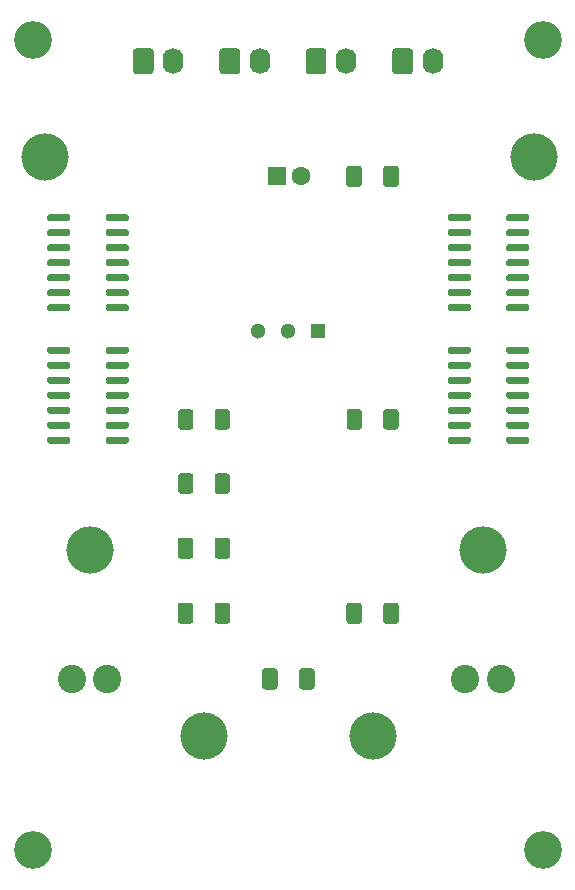
<source format=gbr>
%TF.GenerationSoftware,KiCad,Pcbnew,(5.1.7)-1*%
%TF.CreationDate,2021-11-02T09:12:16-05:00*%
%TF.ProjectId,Wisconsin Oscillator,57697363-6f6e-4736-996e-204f7363696c,rev?*%
%TF.SameCoordinates,Original*%
%TF.FileFunction,Soldermask,Top*%
%TF.FilePolarity,Negative*%
%FSLAX46Y46*%
G04 Gerber Fmt 4.6, Leading zero omitted, Abs format (unit mm)*
G04 Created by KiCad (PCBNEW (5.1.7)-1) date 2021-11-02 09:12:16*
%MOMM*%
%LPD*%
G01*
G04 APERTURE LIST*
%ADD10C,4.000000*%
%ADD11C,3.200000*%
%ADD12C,1.300000*%
%ADD13R,1.300000X1.300000*%
%ADD14C,1.600000*%
%ADD15R,1.600000X1.600000*%
%ADD16O,1.740000X2.190000*%
%ADD17C,2.400000*%
G04 APERTURE END LIST*
D10*
%TO.C,TP6*%
X193548000Y-64516000D03*
%TD*%
%TO.C,TP5*%
X179913280Y-113538000D03*
%TD*%
%TO.C,TP4*%
X189270640Y-97790000D03*
%TD*%
%TO.C,TP3*%
X165633400Y-113538000D03*
%TD*%
%TO.C,TP2*%
X155966160Y-97790000D03*
%TD*%
%TO.C,TP1*%
X152146000Y-64516000D03*
%TD*%
D11*
%TO.C,MH4*%
X194310000Y-123190000D03*
%TD*%
%TO.C,MH3*%
X151130000Y-123190000D03*
%TD*%
%TO.C,MH2*%
X151130000Y-54610000D03*
%TD*%
%TO.C,MH1*%
X194310000Y-54610000D03*
%TD*%
D12*
%TO.C,U5*%
X172773340Y-79248000D03*
X170233340Y-79248000D03*
D13*
X175313340Y-79248000D03*
%TD*%
%TO.C,U4*%
G36*
G01*
X191238000Y-81030000D02*
X191238000Y-80730000D01*
G75*
G02*
X191388000Y-80580000I150000J0D01*
G01*
X193038000Y-80580000D01*
G75*
G02*
X193188000Y-80730000I0J-150000D01*
G01*
X193188000Y-81030000D01*
G75*
G02*
X193038000Y-81180000I-150000J0D01*
G01*
X191388000Y-81180000D01*
G75*
G02*
X191238000Y-81030000I0J150000D01*
G01*
G37*
G36*
G01*
X191238000Y-82300000D02*
X191238000Y-82000000D01*
G75*
G02*
X191388000Y-81850000I150000J0D01*
G01*
X193038000Y-81850000D01*
G75*
G02*
X193188000Y-82000000I0J-150000D01*
G01*
X193188000Y-82300000D01*
G75*
G02*
X193038000Y-82450000I-150000J0D01*
G01*
X191388000Y-82450000D01*
G75*
G02*
X191238000Y-82300000I0J150000D01*
G01*
G37*
G36*
G01*
X191238000Y-83570000D02*
X191238000Y-83270000D01*
G75*
G02*
X191388000Y-83120000I150000J0D01*
G01*
X193038000Y-83120000D01*
G75*
G02*
X193188000Y-83270000I0J-150000D01*
G01*
X193188000Y-83570000D01*
G75*
G02*
X193038000Y-83720000I-150000J0D01*
G01*
X191388000Y-83720000D01*
G75*
G02*
X191238000Y-83570000I0J150000D01*
G01*
G37*
G36*
G01*
X191238000Y-84840000D02*
X191238000Y-84540000D01*
G75*
G02*
X191388000Y-84390000I150000J0D01*
G01*
X193038000Y-84390000D01*
G75*
G02*
X193188000Y-84540000I0J-150000D01*
G01*
X193188000Y-84840000D01*
G75*
G02*
X193038000Y-84990000I-150000J0D01*
G01*
X191388000Y-84990000D01*
G75*
G02*
X191238000Y-84840000I0J150000D01*
G01*
G37*
G36*
G01*
X191238000Y-86110000D02*
X191238000Y-85810000D01*
G75*
G02*
X191388000Y-85660000I150000J0D01*
G01*
X193038000Y-85660000D01*
G75*
G02*
X193188000Y-85810000I0J-150000D01*
G01*
X193188000Y-86110000D01*
G75*
G02*
X193038000Y-86260000I-150000J0D01*
G01*
X191388000Y-86260000D01*
G75*
G02*
X191238000Y-86110000I0J150000D01*
G01*
G37*
G36*
G01*
X191238000Y-87380000D02*
X191238000Y-87080000D01*
G75*
G02*
X191388000Y-86930000I150000J0D01*
G01*
X193038000Y-86930000D01*
G75*
G02*
X193188000Y-87080000I0J-150000D01*
G01*
X193188000Y-87380000D01*
G75*
G02*
X193038000Y-87530000I-150000J0D01*
G01*
X191388000Y-87530000D01*
G75*
G02*
X191238000Y-87380000I0J150000D01*
G01*
G37*
G36*
G01*
X191238000Y-88650000D02*
X191238000Y-88350000D01*
G75*
G02*
X191388000Y-88200000I150000J0D01*
G01*
X193038000Y-88200000D01*
G75*
G02*
X193188000Y-88350000I0J-150000D01*
G01*
X193188000Y-88650000D01*
G75*
G02*
X193038000Y-88800000I-150000J0D01*
G01*
X191388000Y-88800000D01*
G75*
G02*
X191238000Y-88650000I0J150000D01*
G01*
G37*
G36*
G01*
X186288000Y-88650000D02*
X186288000Y-88350000D01*
G75*
G02*
X186438000Y-88200000I150000J0D01*
G01*
X188088000Y-88200000D01*
G75*
G02*
X188238000Y-88350000I0J-150000D01*
G01*
X188238000Y-88650000D01*
G75*
G02*
X188088000Y-88800000I-150000J0D01*
G01*
X186438000Y-88800000D01*
G75*
G02*
X186288000Y-88650000I0J150000D01*
G01*
G37*
G36*
G01*
X186288000Y-87380000D02*
X186288000Y-87080000D01*
G75*
G02*
X186438000Y-86930000I150000J0D01*
G01*
X188088000Y-86930000D01*
G75*
G02*
X188238000Y-87080000I0J-150000D01*
G01*
X188238000Y-87380000D01*
G75*
G02*
X188088000Y-87530000I-150000J0D01*
G01*
X186438000Y-87530000D01*
G75*
G02*
X186288000Y-87380000I0J150000D01*
G01*
G37*
G36*
G01*
X186288000Y-86110000D02*
X186288000Y-85810000D01*
G75*
G02*
X186438000Y-85660000I150000J0D01*
G01*
X188088000Y-85660000D01*
G75*
G02*
X188238000Y-85810000I0J-150000D01*
G01*
X188238000Y-86110000D01*
G75*
G02*
X188088000Y-86260000I-150000J0D01*
G01*
X186438000Y-86260000D01*
G75*
G02*
X186288000Y-86110000I0J150000D01*
G01*
G37*
G36*
G01*
X186288000Y-84840000D02*
X186288000Y-84540000D01*
G75*
G02*
X186438000Y-84390000I150000J0D01*
G01*
X188088000Y-84390000D01*
G75*
G02*
X188238000Y-84540000I0J-150000D01*
G01*
X188238000Y-84840000D01*
G75*
G02*
X188088000Y-84990000I-150000J0D01*
G01*
X186438000Y-84990000D01*
G75*
G02*
X186288000Y-84840000I0J150000D01*
G01*
G37*
G36*
G01*
X186288000Y-83570000D02*
X186288000Y-83270000D01*
G75*
G02*
X186438000Y-83120000I150000J0D01*
G01*
X188088000Y-83120000D01*
G75*
G02*
X188238000Y-83270000I0J-150000D01*
G01*
X188238000Y-83570000D01*
G75*
G02*
X188088000Y-83720000I-150000J0D01*
G01*
X186438000Y-83720000D01*
G75*
G02*
X186288000Y-83570000I0J150000D01*
G01*
G37*
G36*
G01*
X186288000Y-82300000D02*
X186288000Y-82000000D01*
G75*
G02*
X186438000Y-81850000I150000J0D01*
G01*
X188088000Y-81850000D01*
G75*
G02*
X188238000Y-82000000I0J-150000D01*
G01*
X188238000Y-82300000D01*
G75*
G02*
X188088000Y-82450000I-150000J0D01*
G01*
X186438000Y-82450000D01*
G75*
G02*
X186288000Y-82300000I0J150000D01*
G01*
G37*
G36*
G01*
X186288000Y-81030000D02*
X186288000Y-80730000D01*
G75*
G02*
X186438000Y-80580000I150000J0D01*
G01*
X188088000Y-80580000D01*
G75*
G02*
X188238000Y-80730000I0J-150000D01*
G01*
X188238000Y-81030000D01*
G75*
G02*
X188088000Y-81180000I-150000J0D01*
G01*
X186438000Y-81180000D01*
G75*
G02*
X186288000Y-81030000I0J150000D01*
G01*
G37*
%TD*%
%TO.C,U3*%
G36*
G01*
X191238000Y-69804000D02*
X191238000Y-69504000D01*
G75*
G02*
X191388000Y-69354000I150000J0D01*
G01*
X193038000Y-69354000D01*
G75*
G02*
X193188000Y-69504000I0J-150000D01*
G01*
X193188000Y-69804000D01*
G75*
G02*
X193038000Y-69954000I-150000J0D01*
G01*
X191388000Y-69954000D01*
G75*
G02*
X191238000Y-69804000I0J150000D01*
G01*
G37*
G36*
G01*
X191238000Y-71074000D02*
X191238000Y-70774000D01*
G75*
G02*
X191388000Y-70624000I150000J0D01*
G01*
X193038000Y-70624000D01*
G75*
G02*
X193188000Y-70774000I0J-150000D01*
G01*
X193188000Y-71074000D01*
G75*
G02*
X193038000Y-71224000I-150000J0D01*
G01*
X191388000Y-71224000D01*
G75*
G02*
X191238000Y-71074000I0J150000D01*
G01*
G37*
G36*
G01*
X191238000Y-72344000D02*
X191238000Y-72044000D01*
G75*
G02*
X191388000Y-71894000I150000J0D01*
G01*
X193038000Y-71894000D01*
G75*
G02*
X193188000Y-72044000I0J-150000D01*
G01*
X193188000Y-72344000D01*
G75*
G02*
X193038000Y-72494000I-150000J0D01*
G01*
X191388000Y-72494000D01*
G75*
G02*
X191238000Y-72344000I0J150000D01*
G01*
G37*
G36*
G01*
X191238000Y-73614000D02*
X191238000Y-73314000D01*
G75*
G02*
X191388000Y-73164000I150000J0D01*
G01*
X193038000Y-73164000D01*
G75*
G02*
X193188000Y-73314000I0J-150000D01*
G01*
X193188000Y-73614000D01*
G75*
G02*
X193038000Y-73764000I-150000J0D01*
G01*
X191388000Y-73764000D01*
G75*
G02*
X191238000Y-73614000I0J150000D01*
G01*
G37*
G36*
G01*
X191238000Y-74884000D02*
X191238000Y-74584000D01*
G75*
G02*
X191388000Y-74434000I150000J0D01*
G01*
X193038000Y-74434000D01*
G75*
G02*
X193188000Y-74584000I0J-150000D01*
G01*
X193188000Y-74884000D01*
G75*
G02*
X193038000Y-75034000I-150000J0D01*
G01*
X191388000Y-75034000D01*
G75*
G02*
X191238000Y-74884000I0J150000D01*
G01*
G37*
G36*
G01*
X191238000Y-76154000D02*
X191238000Y-75854000D01*
G75*
G02*
X191388000Y-75704000I150000J0D01*
G01*
X193038000Y-75704000D01*
G75*
G02*
X193188000Y-75854000I0J-150000D01*
G01*
X193188000Y-76154000D01*
G75*
G02*
X193038000Y-76304000I-150000J0D01*
G01*
X191388000Y-76304000D01*
G75*
G02*
X191238000Y-76154000I0J150000D01*
G01*
G37*
G36*
G01*
X191238000Y-77424000D02*
X191238000Y-77124000D01*
G75*
G02*
X191388000Y-76974000I150000J0D01*
G01*
X193038000Y-76974000D01*
G75*
G02*
X193188000Y-77124000I0J-150000D01*
G01*
X193188000Y-77424000D01*
G75*
G02*
X193038000Y-77574000I-150000J0D01*
G01*
X191388000Y-77574000D01*
G75*
G02*
X191238000Y-77424000I0J150000D01*
G01*
G37*
G36*
G01*
X186288000Y-77424000D02*
X186288000Y-77124000D01*
G75*
G02*
X186438000Y-76974000I150000J0D01*
G01*
X188088000Y-76974000D01*
G75*
G02*
X188238000Y-77124000I0J-150000D01*
G01*
X188238000Y-77424000D01*
G75*
G02*
X188088000Y-77574000I-150000J0D01*
G01*
X186438000Y-77574000D01*
G75*
G02*
X186288000Y-77424000I0J150000D01*
G01*
G37*
G36*
G01*
X186288000Y-76154000D02*
X186288000Y-75854000D01*
G75*
G02*
X186438000Y-75704000I150000J0D01*
G01*
X188088000Y-75704000D01*
G75*
G02*
X188238000Y-75854000I0J-150000D01*
G01*
X188238000Y-76154000D01*
G75*
G02*
X188088000Y-76304000I-150000J0D01*
G01*
X186438000Y-76304000D01*
G75*
G02*
X186288000Y-76154000I0J150000D01*
G01*
G37*
G36*
G01*
X186288000Y-74884000D02*
X186288000Y-74584000D01*
G75*
G02*
X186438000Y-74434000I150000J0D01*
G01*
X188088000Y-74434000D01*
G75*
G02*
X188238000Y-74584000I0J-150000D01*
G01*
X188238000Y-74884000D01*
G75*
G02*
X188088000Y-75034000I-150000J0D01*
G01*
X186438000Y-75034000D01*
G75*
G02*
X186288000Y-74884000I0J150000D01*
G01*
G37*
G36*
G01*
X186288000Y-73614000D02*
X186288000Y-73314000D01*
G75*
G02*
X186438000Y-73164000I150000J0D01*
G01*
X188088000Y-73164000D01*
G75*
G02*
X188238000Y-73314000I0J-150000D01*
G01*
X188238000Y-73614000D01*
G75*
G02*
X188088000Y-73764000I-150000J0D01*
G01*
X186438000Y-73764000D01*
G75*
G02*
X186288000Y-73614000I0J150000D01*
G01*
G37*
G36*
G01*
X186288000Y-72344000D02*
X186288000Y-72044000D01*
G75*
G02*
X186438000Y-71894000I150000J0D01*
G01*
X188088000Y-71894000D01*
G75*
G02*
X188238000Y-72044000I0J-150000D01*
G01*
X188238000Y-72344000D01*
G75*
G02*
X188088000Y-72494000I-150000J0D01*
G01*
X186438000Y-72494000D01*
G75*
G02*
X186288000Y-72344000I0J150000D01*
G01*
G37*
G36*
G01*
X186288000Y-71074000D02*
X186288000Y-70774000D01*
G75*
G02*
X186438000Y-70624000I150000J0D01*
G01*
X188088000Y-70624000D01*
G75*
G02*
X188238000Y-70774000I0J-150000D01*
G01*
X188238000Y-71074000D01*
G75*
G02*
X188088000Y-71224000I-150000J0D01*
G01*
X186438000Y-71224000D01*
G75*
G02*
X186288000Y-71074000I0J150000D01*
G01*
G37*
G36*
G01*
X186288000Y-69804000D02*
X186288000Y-69504000D01*
G75*
G02*
X186438000Y-69354000I150000J0D01*
G01*
X188088000Y-69354000D01*
G75*
G02*
X188238000Y-69504000I0J-150000D01*
G01*
X188238000Y-69804000D01*
G75*
G02*
X188088000Y-69954000I-150000J0D01*
G01*
X186438000Y-69954000D01*
G75*
G02*
X186288000Y-69804000I0J150000D01*
G01*
G37*
%TD*%
%TO.C,U2*%
G36*
G01*
X157323000Y-81030000D02*
X157323000Y-80730000D01*
G75*
G02*
X157473000Y-80580000I150000J0D01*
G01*
X159123000Y-80580000D01*
G75*
G02*
X159273000Y-80730000I0J-150000D01*
G01*
X159273000Y-81030000D01*
G75*
G02*
X159123000Y-81180000I-150000J0D01*
G01*
X157473000Y-81180000D01*
G75*
G02*
X157323000Y-81030000I0J150000D01*
G01*
G37*
G36*
G01*
X157323000Y-82300000D02*
X157323000Y-82000000D01*
G75*
G02*
X157473000Y-81850000I150000J0D01*
G01*
X159123000Y-81850000D01*
G75*
G02*
X159273000Y-82000000I0J-150000D01*
G01*
X159273000Y-82300000D01*
G75*
G02*
X159123000Y-82450000I-150000J0D01*
G01*
X157473000Y-82450000D01*
G75*
G02*
X157323000Y-82300000I0J150000D01*
G01*
G37*
G36*
G01*
X157323000Y-83570000D02*
X157323000Y-83270000D01*
G75*
G02*
X157473000Y-83120000I150000J0D01*
G01*
X159123000Y-83120000D01*
G75*
G02*
X159273000Y-83270000I0J-150000D01*
G01*
X159273000Y-83570000D01*
G75*
G02*
X159123000Y-83720000I-150000J0D01*
G01*
X157473000Y-83720000D01*
G75*
G02*
X157323000Y-83570000I0J150000D01*
G01*
G37*
G36*
G01*
X157323000Y-84840000D02*
X157323000Y-84540000D01*
G75*
G02*
X157473000Y-84390000I150000J0D01*
G01*
X159123000Y-84390000D01*
G75*
G02*
X159273000Y-84540000I0J-150000D01*
G01*
X159273000Y-84840000D01*
G75*
G02*
X159123000Y-84990000I-150000J0D01*
G01*
X157473000Y-84990000D01*
G75*
G02*
X157323000Y-84840000I0J150000D01*
G01*
G37*
G36*
G01*
X157323000Y-86110000D02*
X157323000Y-85810000D01*
G75*
G02*
X157473000Y-85660000I150000J0D01*
G01*
X159123000Y-85660000D01*
G75*
G02*
X159273000Y-85810000I0J-150000D01*
G01*
X159273000Y-86110000D01*
G75*
G02*
X159123000Y-86260000I-150000J0D01*
G01*
X157473000Y-86260000D01*
G75*
G02*
X157323000Y-86110000I0J150000D01*
G01*
G37*
G36*
G01*
X157323000Y-87380000D02*
X157323000Y-87080000D01*
G75*
G02*
X157473000Y-86930000I150000J0D01*
G01*
X159123000Y-86930000D01*
G75*
G02*
X159273000Y-87080000I0J-150000D01*
G01*
X159273000Y-87380000D01*
G75*
G02*
X159123000Y-87530000I-150000J0D01*
G01*
X157473000Y-87530000D01*
G75*
G02*
X157323000Y-87380000I0J150000D01*
G01*
G37*
G36*
G01*
X157323000Y-88650000D02*
X157323000Y-88350000D01*
G75*
G02*
X157473000Y-88200000I150000J0D01*
G01*
X159123000Y-88200000D01*
G75*
G02*
X159273000Y-88350000I0J-150000D01*
G01*
X159273000Y-88650000D01*
G75*
G02*
X159123000Y-88800000I-150000J0D01*
G01*
X157473000Y-88800000D01*
G75*
G02*
X157323000Y-88650000I0J150000D01*
G01*
G37*
G36*
G01*
X152373000Y-88650000D02*
X152373000Y-88350000D01*
G75*
G02*
X152523000Y-88200000I150000J0D01*
G01*
X154173000Y-88200000D01*
G75*
G02*
X154323000Y-88350000I0J-150000D01*
G01*
X154323000Y-88650000D01*
G75*
G02*
X154173000Y-88800000I-150000J0D01*
G01*
X152523000Y-88800000D01*
G75*
G02*
X152373000Y-88650000I0J150000D01*
G01*
G37*
G36*
G01*
X152373000Y-87380000D02*
X152373000Y-87080000D01*
G75*
G02*
X152523000Y-86930000I150000J0D01*
G01*
X154173000Y-86930000D01*
G75*
G02*
X154323000Y-87080000I0J-150000D01*
G01*
X154323000Y-87380000D01*
G75*
G02*
X154173000Y-87530000I-150000J0D01*
G01*
X152523000Y-87530000D01*
G75*
G02*
X152373000Y-87380000I0J150000D01*
G01*
G37*
G36*
G01*
X152373000Y-86110000D02*
X152373000Y-85810000D01*
G75*
G02*
X152523000Y-85660000I150000J0D01*
G01*
X154173000Y-85660000D01*
G75*
G02*
X154323000Y-85810000I0J-150000D01*
G01*
X154323000Y-86110000D01*
G75*
G02*
X154173000Y-86260000I-150000J0D01*
G01*
X152523000Y-86260000D01*
G75*
G02*
X152373000Y-86110000I0J150000D01*
G01*
G37*
G36*
G01*
X152373000Y-84840000D02*
X152373000Y-84540000D01*
G75*
G02*
X152523000Y-84390000I150000J0D01*
G01*
X154173000Y-84390000D01*
G75*
G02*
X154323000Y-84540000I0J-150000D01*
G01*
X154323000Y-84840000D01*
G75*
G02*
X154173000Y-84990000I-150000J0D01*
G01*
X152523000Y-84990000D01*
G75*
G02*
X152373000Y-84840000I0J150000D01*
G01*
G37*
G36*
G01*
X152373000Y-83570000D02*
X152373000Y-83270000D01*
G75*
G02*
X152523000Y-83120000I150000J0D01*
G01*
X154173000Y-83120000D01*
G75*
G02*
X154323000Y-83270000I0J-150000D01*
G01*
X154323000Y-83570000D01*
G75*
G02*
X154173000Y-83720000I-150000J0D01*
G01*
X152523000Y-83720000D01*
G75*
G02*
X152373000Y-83570000I0J150000D01*
G01*
G37*
G36*
G01*
X152373000Y-82300000D02*
X152373000Y-82000000D01*
G75*
G02*
X152523000Y-81850000I150000J0D01*
G01*
X154173000Y-81850000D01*
G75*
G02*
X154323000Y-82000000I0J-150000D01*
G01*
X154323000Y-82300000D01*
G75*
G02*
X154173000Y-82450000I-150000J0D01*
G01*
X152523000Y-82450000D01*
G75*
G02*
X152373000Y-82300000I0J150000D01*
G01*
G37*
G36*
G01*
X152373000Y-81030000D02*
X152373000Y-80730000D01*
G75*
G02*
X152523000Y-80580000I150000J0D01*
G01*
X154173000Y-80580000D01*
G75*
G02*
X154323000Y-80730000I0J-150000D01*
G01*
X154323000Y-81030000D01*
G75*
G02*
X154173000Y-81180000I-150000J0D01*
G01*
X152523000Y-81180000D01*
G75*
G02*
X152373000Y-81030000I0J150000D01*
G01*
G37*
%TD*%
%TO.C,U1*%
G36*
G01*
X157323000Y-69804000D02*
X157323000Y-69504000D01*
G75*
G02*
X157473000Y-69354000I150000J0D01*
G01*
X159123000Y-69354000D01*
G75*
G02*
X159273000Y-69504000I0J-150000D01*
G01*
X159273000Y-69804000D01*
G75*
G02*
X159123000Y-69954000I-150000J0D01*
G01*
X157473000Y-69954000D01*
G75*
G02*
X157323000Y-69804000I0J150000D01*
G01*
G37*
G36*
G01*
X157323000Y-71074000D02*
X157323000Y-70774000D01*
G75*
G02*
X157473000Y-70624000I150000J0D01*
G01*
X159123000Y-70624000D01*
G75*
G02*
X159273000Y-70774000I0J-150000D01*
G01*
X159273000Y-71074000D01*
G75*
G02*
X159123000Y-71224000I-150000J0D01*
G01*
X157473000Y-71224000D01*
G75*
G02*
X157323000Y-71074000I0J150000D01*
G01*
G37*
G36*
G01*
X157323000Y-72344000D02*
X157323000Y-72044000D01*
G75*
G02*
X157473000Y-71894000I150000J0D01*
G01*
X159123000Y-71894000D01*
G75*
G02*
X159273000Y-72044000I0J-150000D01*
G01*
X159273000Y-72344000D01*
G75*
G02*
X159123000Y-72494000I-150000J0D01*
G01*
X157473000Y-72494000D01*
G75*
G02*
X157323000Y-72344000I0J150000D01*
G01*
G37*
G36*
G01*
X157323000Y-73614000D02*
X157323000Y-73314000D01*
G75*
G02*
X157473000Y-73164000I150000J0D01*
G01*
X159123000Y-73164000D01*
G75*
G02*
X159273000Y-73314000I0J-150000D01*
G01*
X159273000Y-73614000D01*
G75*
G02*
X159123000Y-73764000I-150000J0D01*
G01*
X157473000Y-73764000D01*
G75*
G02*
X157323000Y-73614000I0J150000D01*
G01*
G37*
G36*
G01*
X157323000Y-74884000D02*
X157323000Y-74584000D01*
G75*
G02*
X157473000Y-74434000I150000J0D01*
G01*
X159123000Y-74434000D01*
G75*
G02*
X159273000Y-74584000I0J-150000D01*
G01*
X159273000Y-74884000D01*
G75*
G02*
X159123000Y-75034000I-150000J0D01*
G01*
X157473000Y-75034000D01*
G75*
G02*
X157323000Y-74884000I0J150000D01*
G01*
G37*
G36*
G01*
X157323000Y-76154000D02*
X157323000Y-75854000D01*
G75*
G02*
X157473000Y-75704000I150000J0D01*
G01*
X159123000Y-75704000D01*
G75*
G02*
X159273000Y-75854000I0J-150000D01*
G01*
X159273000Y-76154000D01*
G75*
G02*
X159123000Y-76304000I-150000J0D01*
G01*
X157473000Y-76304000D01*
G75*
G02*
X157323000Y-76154000I0J150000D01*
G01*
G37*
G36*
G01*
X157323000Y-77424000D02*
X157323000Y-77124000D01*
G75*
G02*
X157473000Y-76974000I150000J0D01*
G01*
X159123000Y-76974000D01*
G75*
G02*
X159273000Y-77124000I0J-150000D01*
G01*
X159273000Y-77424000D01*
G75*
G02*
X159123000Y-77574000I-150000J0D01*
G01*
X157473000Y-77574000D01*
G75*
G02*
X157323000Y-77424000I0J150000D01*
G01*
G37*
G36*
G01*
X152373000Y-77424000D02*
X152373000Y-77124000D01*
G75*
G02*
X152523000Y-76974000I150000J0D01*
G01*
X154173000Y-76974000D01*
G75*
G02*
X154323000Y-77124000I0J-150000D01*
G01*
X154323000Y-77424000D01*
G75*
G02*
X154173000Y-77574000I-150000J0D01*
G01*
X152523000Y-77574000D01*
G75*
G02*
X152373000Y-77424000I0J150000D01*
G01*
G37*
G36*
G01*
X152373000Y-76154000D02*
X152373000Y-75854000D01*
G75*
G02*
X152523000Y-75704000I150000J0D01*
G01*
X154173000Y-75704000D01*
G75*
G02*
X154323000Y-75854000I0J-150000D01*
G01*
X154323000Y-76154000D01*
G75*
G02*
X154173000Y-76304000I-150000J0D01*
G01*
X152523000Y-76304000D01*
G75*
G02*
X152373000Y-76154000I0J150000D01*
G01*
G37*
G36*
G01*
X152373000Y-74884000D02*
X152373000Y-74584000D01*
G75*
G02*
X152523000Y-74434000I150000J0D01*
G01*
X154173000Y-74434000D01*
G75*
G02*
X154323000Y-74584000I0J-150000D01*
G01*
X154323000Y-74884000D01*
G75*
G02*
X154173000Y-75034000I-150000J0D01*
G01*
X152523000Y-75034000D01*
G75*
G02*
X152373000Y-74884000I0J150000D01*
G01*
G37*
G36*
G01*
X152373000Y-73614000D02*
X152373000Y-73314000D01*
G75*
G02*
X152523000Y-73164000I150000J0D01*
G01*
X154173000Y-73164000D01*
G75*
G02*
X154323000Y-73314000I0J-150000D01*
G01*
X154323000Y-73614000D01*
G75*
G02*
X154173000Y-73764000I-150000J0D01*
G01*
X152523000Y-73764000D01*
G75*
G02*
X152373000Y-73614000I0J150000D01*
G01*
G37*
G36*
G01*
X152373000Y-72344000D02*
X152373000Y-72044000D01*
G75*
G02*
X152523000Y-71894000I150000J0D01*
G01*
X154173000Y-71894000D01*
G75*
G02*
X154323000Y-72044000I0J-150000D01*
G01*
X154323000Y-72344000D01*
G75*
G02*
X154173000Y-72494000I-150000J0D01*
G01*
X152523000Y-72494000D01*
G75*
G02*
X152373000Y-72344000I0J150000D01*
G01*
G37*
G36*
G01*
X152373000Y-71074000D02*
X152373000Y-70774000D01*
G75*
G02*
X152523000Y-70624000I150000J0D01*
G01*
X154173000Y-70624000D01*
G75*
G02*
X154323000Y-70774000I0J-150000D01*
G01*
X154323000Y-71074000D01*
G75*
G02*
X154173000Y-71224000I-150000J0D01*
G01*
X152523000Y-71224000D01*
G75*
G02*
X152373000Y-71074000I0J150000D01*
G01*
G37*
G36*
G01*
X152373000Y-69804000D02*
X152373000Y-69504000D01*
G75*
G02*
X152523000Y-69354000I150000J0D01*
G01*
X154173000Y-69354000D01*
G75*
G02*
X154323000Y-69504000I0J-150000D01*
G01*
X154323000Y-69804000D01*
G75*
G02*
X154173000Y-69954000I-150000J0D01*
G01*
X152523000Y-69954000D01*
G75*
G02*
X152373000Y-69804000I0J150000D01*
G01*
G37*
%TD*%
D14*
%TO.C,C6*%
X173818228Y-66167000D03*
D15*
X171818228Y-66167000D03*
%TD*%
D16*
%TO.C,J1*%
X163042600Y-56420560D03*
G36*
G01*
X159632600Y-57265561D02*
X159632600Y-55575559D01*
G75*
G02*
X159882599Y-55325560I249999J0D01*
G01*
X161122601Y-55325560D01*
G75*
G02*
X161372600Y-55575559I0J-249999D01*
G01*
X161372600Y-57265561D01*
G75*
G02*
X161122601Y-57515560I-249999J0D01*
G01*
X159882599Y-57515560D01*
G75*
G02*
X159632600Y-57265561I0J249999D01*
G01*
G37*
%TD*%
%TO.C,C5*%
G36*
G01*
X180813280Y-103799403D02*
X180813280Y-102499397D01*
G75*
G02*
X181063277Y-102249400I249997J0D01*
G01*
X181888283Y-102249400D01*
G75*
G02*
X182138280Y-102499397I0J-249997D01*
G01*
X182138280Y-103799403D01*
G75*
G02*
X181888283Y-104049400I-249997J0D01*
G01*
X181063277Y-104049400D01*
G75*
G02*
X180813280Y-103799403I0J249997D01*
G01*
G37*
G36*
G01*
X177688280Y-103799403D02*
X177688280Y-102499397D01*
G75*
G02*
X177938277Y-102249400I249997J0D01*
G01*
X178763283Y-102249400D01*
G75*
G02*
X179013280Y-102499397I0J-249997D01*
G01*
X179013280Y-103799403D01*
G75*
G02*
X178763283Y-104049400I-249997J0D01*
G01*
X177938277Y-104049400D01*
G75*
G02*
X177688280Y-103799403I0J249997D01*
G01*
G37*
%TD*%
%TO.C,J2*%
X170362880Y-56420560D03*
G36*
G01*
X166952880Y-57265561D02*
X166952880Y-55575559D01*
G75*
G02*
X167202879Y-55325560I249999J0D01*
G01*
X168442881Y-55325560D01*
G75*
G02*
X168692880Y-55575559I0J-249999D01*
G01*
X168692880Y-57265561D01*
G75*
G02*
X168442881Y-57515560I-249999J0D01*
G01*
X167202879Y-57515560D01*
G75*
G02*
X166952880Y-57265561I0J249999D01*
G01*
G37*
%TD*%
%TO.C,J3*%
X177683160Y-56420560D03*
G36*
G01*
X174273160Y-57265561D02*
X174273160Y-55575559D01*
G75*
G02*
X174523159Y-55325560I249999J0D01*
G01*
X175763161Y-55325560D01*
G75*
G02*
X176013160Y-55575559I0J-249999D01*
G01*
X176013160Y-57265561D01*
G75*
G02*
X175763161Y-57515560I-249999J0D01*
G01*
X174523159Y-57515560D01*
G75*
G02*
X174273160Y-57265561I0J249999D01*
G01*
G37*
%TD*%
%TO.C,C2*%
G36*
G01*
X166533400Y-98299935D02*
X166533400Y-96999929D01*
G75*
G02*
X166783397Y-96749932I249997J0D01*
G01*
X167608403Y-96749932D01*
G75*
G02*
X167858400Y-96999929I0J-249997D01*
G01*
X167858400Y-98299935D01*
G75*
G02*
X167608403Y-98549932I-249997J0D01*
G01*
X166783397Y-98549932D01*
G75*
G02*
X166533400Y-98299935I0J249997D01*
G01*
G37*
G36*
G01*
X163408400Y-98299935D02*
X163408400Y-96999929D01*
G75*
G02*
X163658397Y-96749932I249997J0D01*
G01*
X164483403Y-96749932D01*
G75*
G02*
X164733400Y-96999929I0J-249997D01*
G01*
X164733400Y-98299935D01*
G75*
G02*
X164483403Y-98549932I-249997J0D01*
G01*
X163658397Y-98549932D01*
G75*
G02*
X163408400Y-98299935I0J249997D01*
G01*
G37*
%TD*%
%TO.C,R2*%
G36*
G01*
X164733400Y-86115999D02*
X164733400Y-87366001D01*
G75*
G02*
X164483401Y-87616000I-249999J0D01*
G01*
X163683399Y-87616000D01*
G75*
G02*
X163433400Y-87366001I0J249999D01*
G01*
X163433400Y-86115999D01*
G75*
G02*
X163683399Y-85866000I249999J0D01*
G01*
X164483401Y-85866000D01*
G75*
G02*
X164733400Y-86115999I0J-249999D01*
G01*
G37*
G36*
G01*
X167833400Y-86115999D02*
X167833400Y-87366001D01*
G75*
G02*
X167583401Y-87616000I-249999J0D01*
G01*
X166783399Y-87616000D01*
G75*
G02*
X166533400Y-87366001I0J249999D01*
G01*
X166533400Y-86115999D01*
G75*
G02*
X166783399Y-85866000I249999J0D01*
G01*
X167583401Y-85866000D01*
G75*
G02*
X167833400Y-86115999I0J-249999D01*
G01*
G37*
%TD*%
%TO.C,R3*%
G36*
G01*
X180813280Y-87366001D02*
X180813280Y-86115999D01*
G75*
G02*
X181063279Y-85866000I249999J0D01*
G01*
X181863281Y-85866000D01*
G75*
G02*
X182113280Y-86115999I0J-249999D01*
G01*
X182113280Y-87366001D01*
G75*
G02*
X181863281Y-87616000I-249999J0D01*
G01*
X181063279Y-87616000D01*
G75*
G02*
X180813280Y-87366001I0J249999D01*
G01*
G37*
G36*
G01*
X177713280Y-87366001D02*
X177713280Y-86115999D01*
G75*
G02*
X177963279Y-85866000I249999J0D01*
G01*
X178763281Y-85866000D01*
G75*
G02*
X179013280Y-86115999I0J-249999D01*
G01*
X179013280Y-87366001D01*
G75*
G02*
X178763281Y-87616000I-249999J0D01*
G01*
X177963279Y-87616000D01*
G75*
G02*
X177713280Y-87366001I0J249999D01*
G01*
G37*
%TD*%
%TO.C,R1*%
G36*
G01*
X167833400Y-91555465D02*
X167833400Y-92805467D01*
G75*
G02*
X167583401Y-93055466I-249999J0D01*
G01*
X166783399Y-93055466D01*
G75*
G02*
X166533400Y-92805467I0J249999D01*
G01*
X166533400Y-91555465D01*
G75*
G02*
X166783399Y-91305466I249999J0D01*
G01*
X167583401Y-91305466D01*
G75*
G02*
X167833400Y-91555465I0J-249999D01*
G01*
G37*
G36*
G01*
X164733400Y-91555465D02*
X164733400Y-92805467D01*
G75*
G02*
X164483401Y-93055466I-249999J0D01*
G01*
X163683399Y-93055466D01*
G75*
G02*
X163433400Y-92805467I0J249999D01*
G01*
X163433400Y-91555465D01*
G75*
G02*
X163683399Y-91305466I249999J0D01*
G01*
X164483401Y-91305466D01*
G75*
G02*
X164733400Y-91555465I0J-249999D01*
G01*
G37*
%TD*%
D17*
%TO.C,L2*%
X187770640Y-108717080D03*
X190770640Y-108717080D03*
%TD*%
%TO.C,L1*%
X157466160Y-108717080D03*
X154466160Y-108717080D03*
%TD*%
D16*
%TO.C,J4*%
X185003440Y-56420560D03*
G36*
G01*
X181593440Y-57265561D02*
X181593440Y-55575559D01*
G75*
G02*
X181843439Y-55325560I249999J0D01*
G01*
X183083441Y-55325560D01*
G75*
G02*
X183333440Y-55575559I0J-249999D01*
G01*
X183333440Y-57265561D01*
G75*
G02*
X183083441Y-57515560I-249999J0D01*
G01*
X181843439Y-57515560D01*
G75*
G02*
X181593440Y-57265561I0J249999D01*
G01*
G37*
%TD*%
%TO.C,C7*%
G36*
G01*
X179013280Y-65516997D02*
X179013280Y-66817003D01*
G75*
G02*
X178763283Y-67067000I-249997J0D01*
G01*
X177938277Y-67067000D01*
G75*
G02*
X177688280Y-66817003I0J249997D01*
G01*
X177688280Y-65516997D01*
G75*
G02*
X177938277Y-65267000I249997J0D01*
G01*
X178763283Y-65267000D01*
G75*
G02*
X179013280Y-65516997I0J-249997D01*
G01*
G37*
G36*
G01*
X182138280Y-65516997D02*
X182138280Y-66817003D01*
G75*
G02*
X181888283Y-67067000I-249997J0D01*
G01*
X181063277Y-67067000D01*
G75*
G02*
X180813280Y-66817003I0J249997D01*
G01*
X180813280Y-65516997D01*
G75*
G02*
X181063277Y-65267000I249997J0D01*
G01*
X181888283Y-65267000D01*
G75*
G02*
X182138280Y-65516997I0J-249997D01*
G01*
G37*
%TD*%
%TO.C,C4*%
G36*
G01*
X166533400Y-103799403D02*
X166533400Y-102499397D01*
G75*
G02*
X166783397Y-102249400I249997J0D01*
G01*
X167608403Y-102249400D01*
G75*
G02*
X167858400Y-102499397I0J-249997D01*
G01*
X167858400Y-103799403D01*
G75*
G02*
X167608403Y-104049400I-249997J0D01*
G01*
X166783397Y-104049400D01*
G75*
G02*
X166533400Y-103799403I0J249997D01*
G01*
G37*
G36*
G01*
X163408400Y-103799403D02*
X163408400Y-102499397D01*
G75*
G02*
X163658397Y-102249400I249997J0D01*
G01*
X164483403Y-102249400D01*
G75*
G02*
X164733400Y-102499397I0J-249997D01*
G01*
X164733400Y-103799403D01*
G75*
G02*
X164483403Y-104049400I-249997J0D01*
G01*
X163658397Y-104049400D01*
G75*
G02*
X163408400Y-103799403I0J249997D01*
G01*
G37*
%TD*%
%TO.C,C1*%
G36*
G01*
X173673340Y-109367083D02*
X173673340Y-108067077D01*
G75*
G02*
X173923337Y-107817080I249997J0D01*
G01*
X174748343Y-107817080D01*
G75*
G02*
X174998340Y-108067077I0J-249997D01*
G01*
X174998340Y-109367083D01*
G75*
G02*
X174748343Y-109617080I-249997J0D01*
G01*
X173923337Y-109617080D01*
G75*
G02*
X173673340Y-109367083I0J249997D01*
G01*
G37*
G36*
G01*
X170548340Y-109367083D02*
X170548340Y-108067077D01*
G75*
G02*
X170798337Y-107817080I249997J0D01*
G01*
X171623343Y-107817080D01*
G75*
G02*
X171873340Y-108067077I0J-249997D01*
G01*
X171873340Y-109367083D01*
G75*
G02*
X171623343Y-109617080I-249997J0D01*
G01*
X170798337Y-109617080D01*
G75*
G02*
X170548340Y-109367083I0J249997D01*
G01*
G37*
%TD*%
M02*

</source>
